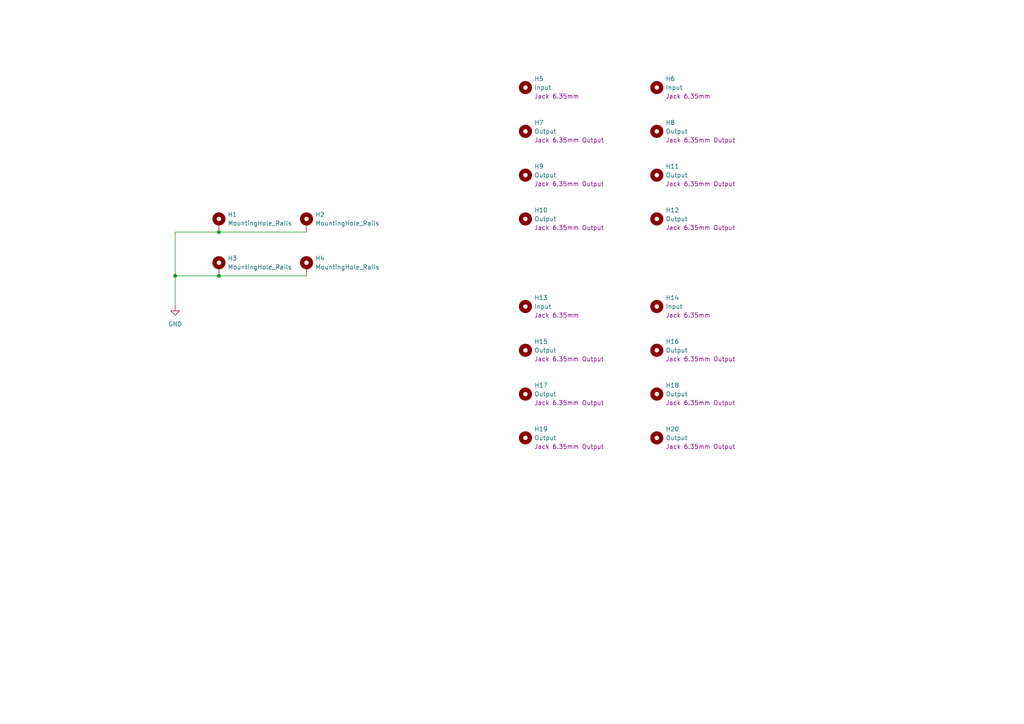
<source format=kicad_sch>
(kicad_sch (version 20231120) (generator "eeschema") (generator_version "8.0")
  (paper "A4")
  (title_block (title "Buffered Mult Panel") (date "2024-05-31") (rev "1") (company "DMH"))
  (lib_symbols
    (symbol "SynthStuff:MountingHole_Jack6.35mm" (pin_names (offset 1.016)) (exclude_from_sim yes) (in_bom no)
      (property "Reference" "H" (at 0 5.08 0))
      (property "Value" "SIGNAL NAME" (at 0 3.175 0))
      (property "Description" "Jack 6.35mm" (at 0 -3.048 0))
      (symbol "MountingHole_Jack6.35mm_0_1"
        (circle (center 0 0) (radius 1.27) (stroke (width 1.27)))
      )
    )
    (symbol "SynthStuff:MountingHole_Jack6.35mm_Output" (pin_names (offset 1.016)) (exclude_from_sim yes) (in_bom no)
      (property "Reference" "H" (at 0 5.08 0))
      (property "Value" "SIGNAL NAME" (at 0 3.175 0))
      (property "Description" "Jack 6.35mm Output" (at 0.254 -3.302 0))
      (symbol "MountingHole_Jack6.35mm_Output_0_1"
        (circle (center 0 0) (radius 1.27) (stroke (width 1.27)))
      )
    )
    (symbol "SynthStuff:MountingHole_Rails" (pin_numbers hide) (pin_names (offset 1.016) hide) (exclude_from_sim yes) (in_bom no)
      (property "Reference" "H" (at 0 6.35 0))
      (property "Value" "MountingHole_Rails" (at 0 4.445 0))
      (symbol "MountingHole_Rails_0_1"
        (circle (center 0 1.27) (radius 1.27) (stroke (width 1.27)))
      )
      (symbol "MountingHole_Rails_1_1"
        (pin input line (at 0 -2.54 90) (length 2.54) (name "1") (number "1"))
      )
    )
    (symbol "power:GND" (power) (pin_numbers hide) (pin_names (offset 0) hide)
      (property "Value" "GND" (at 0 -3.81 0))
      (symbol "GND_0_1"
        (polyline (pts (xy 0 0) (xy 0 -1.27) (xy 1.27 -1.27) (xy 0 -2.54) (xy -1.27 -1.27) (xy 0 -1.27)))
      )
      (symbol "GND_1_1"
        (pin power_in line (at 0 0 270) (length 0) (name "~") (number "1"))
      )
    )
  )
  (junction (at 63.5 80.01))
  (junction (at 63.5 67.31))
  (junction (at 50.8 80.01))
  (wire (pts (xy 50.8 88.9) (xy 50.8 80.01)))
  (wire (pts (xy 63.5 80.01) (xy 88.9 80.01)))
  (wire (pts (xy 50.8 67.31) (xy 50.8 80.01)))
  (wire (pts (xy 63.5 67.31) (xy 50.8 67.31)))
  (wire (pts (xy 63.5 67.31) (xy 88.9 67.31)))
  (wire (pts (xy 50.8 80.01) (xy 63.5 80.01)))
  (symbol (lib_id "SynthStuff:MountingHole_Jack6.35mm") (at 190.5 88.9 0) (unit 1) (exclude_from_sim yes) (in_bom no)
    (property "Reference" "H14" (at 193.04 86.3599 0) (effects (justify left)))
    (property "Value" "Input" (at 193.04 88.8999 0) (effects (justify left)))
    (property "Footprint" "SynthStuff:Jack_6.35mm_Cutout" (effects (hide yes)))
    (property "Description" "Jack 6.35mm" (at 193.04 91.4399 0) (effects (justify left)))
  )
  (symbol (lib_id "SynthStuff:MountingHole_Jack6.35mm_Output") (at 152.4 38.1 0) (unit 1) (exclude_from_sim yes) (in_bom no)
    (property "Reference" "H7" (at 154.94 35.5599 0) (effects (justify left)))
    (property "Value" "Output" (at 154.94 38.0999 0) (effects (justify left)))
    (property "Footprint" "SynthStuff:Jack_6.35mm_Cutout_Output" (effects (hide yes)))
    (property "Description" "Jack 6.35mm Output" (at 154.94 40.6399 0) (effects (justify left)))
  )
  (symbol (lib_id "SynthStuff:MountingHole_Rails") (at 88.9 64.77 0) (unit 1) (exclude_from_sim yes) (in_bom no)
    (property "Reference" "H2" (at 91.44 62.2299 0) (effects (justify left)))
    (property "Value" "MountingHole_Rails" (at 91.44 64.7699 0) (effects (justify left)))
    (property "Footprint" "SynthStuff:MountingHole_3.2mm_M3_Pad4mm" (effects (hide yes)))
    (property "Description" "Mounting Hole with connection" (effects (hide yes)))
  )
  (symbol (lib_id "SynthStuff:MountingHole_Jack6.35mm_Output") (at 152.4 50.8 0) (unit 1) (exclude_from_sim yes) (in_bom no)
    (property "Reference" "H9" (at 154.94 48.2599 0) (effects (justify left)))
    (property "Value" "Output" (at 154.94 50.7999 0) (effects (justify left)))
    (property "Footprint" "SynthStuff:Jack_6.35mm_Cutout_Output" (effects (hide yes)))
    (property "Description" "Jack 6.35mm Output" (at 154.94 53.3399 0) (effects (justify left)))
  )
  (symbol (lib_id "SynthStuff:MountingHole_Jack6.35mm_Output") (at 190.5 114.3 0) (unit 1) (exclude_from_sim yes) (in_bom no)
    (property "Reference" "H18" (at 193.04 111.7599 0) (effects (justify left)))
    (property "Value" "Output" (at 193.04 114.2999 0) (effects (justify left)))
    (property "Footprint" "SynthStuff:Jack_6.35mm_Cutout_Output" (effects (hide yes)))
    (property "Description" "Jack 6.35mm Output" (at 193.04 116.8399 0) (effects (justify left)))
  )
  (symbol (lib_id "SynthStuff:MountingHole_Jack6.35mm") (at 152.4 88.9 0) (unit 1) (exclude_from_sim yes) (in_bom no)
    (property "Reference" "H13" (at 154.94 86.3599 0) (effects (justify left)))
    (property "Value" "Input" (at 154.94 88.8999 0) (effects (justify left)))
    (property "Footprint" "SynthStuff:Jack_6.35mm_Cutout" (effects (hide yes)))
    (property "Description" "Jack 6.35mm" (at 154.94 91.4399 0) (effects (justify left)))
  )
  (symbol (lib_id "power:GND") (at 50.8 88.9 0) (unit 1)
    (property "Reference" "#PWR01" (effects (hide yes)))
    (property "Value" "GND" (at 50.8 93.98 0))
    (property "Description" "Power symbol creates a global label with name \"GND\" , ground" (effects (hide yes)))
  )
  (symbol (lib_id "SynthStuff:MountingHole_Rails") (at 63.5 77.47 0) (unit 1) (exclude_from_sim yes) (in_bom no)
    (property "Reference" "H3" (at 66.04 74.9299 0) (effects (justify left)))
    (property "Value" "MountingHole_Rails" (at 66.04 77.4699 0) (effects (justify left)))
    (property "Footprint" "SynthStuff:MountingHole_3.2mm_M3_Pad4mm" (effects (hide yes)))
    (property "Description" "Mounting Hole with connection" (effects (hide yes)))
  )
  (symbol (lib_id "SynthStuff:MountingHole_Rails") (at 63.5 64.77 0) (unit 1) (exclude_from_sim yes) (in_bom no)
    (property "Reference" "H1" (at 66.04 62.2299 0) (effects (justify left)))
    (property "Value" "MountingHole_Rails" (at 66.04 64.7699 0) (effects (justify left)))
    (property "Footprint" "SynthStuff:MountingHole_3.2mm_M3_Pad4mm" (effects (hide yes)))
    (property "Description" "Mounting Hole with connection" (effects (hide yes)))
  )
  (symbol (lib_id "SynthStuff:MountingHole_Jack6.35mm") (at 190.5 25.4 0) (unit 1) (exclude_from_sim yes) (in_bom no)
    (property "Reference" "H6" (at 193.04 22.8599 0) (effects (justify left)))
    (property "Value" "Input" (at 193.04 25.3999 0) (effects (justify left)))
    (property "Footprint" "SynthStuff:Jack_6.35mm_Cutout" (effects (hide yes)))
    (property "Description" "Jack 6.35mm" (at 193.04 27.9399 0) (effects (justify left)))
  )
  (symbol (lib_id "SynthStuff:MountingHole_Jack6.35mm_Output") (at 152.4 101.6 0) (unit 1) (exclude_from_sim yes) (in_bom no)
    (property "Reference" "H15" (at 154.94 99.0599 0) (effects (justify left)))
    (property "Value" "Output" (at 154.94 101.5999 0) (effects (justify left)))
    (property "Footprint" "SynthStuff:Jack_6.35mm_Cutout_Output" (effects (hide yes)))
    (property "Description" "Jack 6.35mm Output" (at 154.94 104.1399 0) (effects (justify left)))
  )
  (symbol (lib_id "SynthStuff:MountingHole_Jack6.35mm_Output") (at 190.5 127 0) (unit 1) (exclude_from_sim yes) (in_bom no)
    (property "Reference" "H20" (at 193.04 124.4599 0) (effects (justify left)))
    (property "Value" "Output" (at 193.04 126.9999 0) (effects (justify left)))
    (property "Footprint" "SynthStuff:Jack_6.35mm_Cutout_Output" (effects (hide yes)))
    (property "Description" "Jack 6.35mm Output" (at 193.04 129.5399 0) (effects (justify left)))
  )
  (symbol (lib_id "SynthStuff:MountingHole_Jack6.35mm_Output") (at 190.5 63.5 0) (unit 1) (exclude_from_sim yes) (in_bom no)
    (property "Reference" "H12" (at 193.04 60.9599 0) (effects (justify left)))
    (property "Value" "Output" (at 193.04 63.4999 0) (effects (justify left)))
    (property "Footprint" "SynthStuff:Jack_6.35mm_Cutout_Output" (effects (hide yes)))
    (property "Description" "Jack 6.35mm Output" (at 193.04 66.0399 0) (effects (justify left)))
  )
  (symbol (lib_id "SynthStuff:MountingHole_Jack6.35mm_Output") (at 152.4 63.5 0) (unit 1) (exclude_from_sim yes) (in_bom no)
    (property "Reference" "H10" (at 154.94 60.9599 0) (effects (justify left)))
    (property "Value" "Output" (at 154.94 63.4999 0) (effects (justify left)))
    (property "Footprint" "SynthStuff:Jack_6.35mm_Cutout_Output" (effects (hide yes)))
    (property "Description" "Jack 6.35mm Output" (at 154.94 66.0399 0) (effects (justify left)))
  )
  (symbol (lib_id "SynthStuff:MountingHole_Jack6.35mm_Output") (at 190.5 50.8 0) (unit 1) (exclude_from_sim yes) (in_bom no)
    (property "Reference" "H11" (at 193.04 48.2599 0) (effects (justify left)))
    (property "Value" "Output" (at 193.04 50.7999 0) (effects (justify left)))
    (property "Footprint" "SynthStuff:Jack_6.35mm_Cutout_Output" (effects (hide yes)))
    (property "Description" "Jack 6.35mm Output" (at 193.04 53.3399 0) (effects (justify left)))
  )
  (symbol (lib_id "SynthStuff:MountingHole_Jack6.35mm_Output") (at 152.4 114.3 0) (unit 1) (exclude_from_sim yes) (in_bom no)
    (property "Reference" "H17" (at 154.94 111.7599 0) (effects (justify left)))
    (property "Value" "Output" (at 154.94 114.2999 0) (effects (justify left)))
    (property "Footprint" "SynthStuff:Jack_6.35mm_Cutout_Output" (effects (hide yes)))
    (property "Description" "Jack 6.35mm Output" (at 154.94 116.8399 0) (effects (justify left)))
  )
  (symbol (lib_id "SynthStuff:MountingHole_Jack6.35mm_Output") (at 190.5 38.1 0) (unit 1) (exclude_from_sim yes) (in_bom no)
    (property "Reference" "H8" (at 193.04 35.5599 0) (effects (justify left)))
    (property "Value" "Output" (at 193.04 38.0999 0) (effects (justify left)))
    (property "Footprint" "SynthStuff:Jack_6.35mm_Cutout_Output" (effects (hide yes)))
    (property "Description" "Jack 6.35mm Output" (at 193.04 40.6399 0) (effects (justify left)))
  )
  (symbol (lib_id "SynthStuff:MountingHole_Rails") (at 88.9 77.47 0) (unit 1) (exclude_from_sim yes) (in_bom no)
    (property "Reference" "H4" (at 91.44 74.9299 0) (effects (justify left)))
    (property "Value" "MountingHole_Rails" (at 91.44 77.4699 0) (effects (justify left)))
    (property "Footprint" "SynthStuff:MountingHole_3.2mm_M3_Pad4mm" (effects (hide yes)))
    (property "Description" "Mounting Hole with connection" (effects (hide yes)))
  )
  (symbol (lib_id "SynthStuff:MountingHole_Jack6.35mm_Output") (at 152.4 127 0) (unit 1) (exclude_from_sim yes) (in_bom no)
    (property "Reference" "H19" (at 154.94 124.4599 0) (effects (justify left)))
    (property "Value" "Output" (at 154.94 126.9999 0) (effects (justify left)))
    (property "Footprint" "SynthStuff:Jack_6.35mm_Cutout_Output" (effects (hide yes)))
    (property "Description" "Jack 6.35mm Output" (at 154.94 129.5399 0) (effects (justify left)))
  )
  (symbol (lib_id "SynthStuff:MountingHole_Jack6.35mm_Output") (at 190.5 101.6 0) (unit 1) (exclude_from_sim yes) (in_bom no)
    (property "Reference" "H16" (at 193.04 99.0599 0) (effects (justify left)))
    (property "Value" "Output" (at 193.04 101.5999 0) (effects (justify left)))
    (property "Footprint" "SynthStuff:Jack_6.35mm_Cutout_Output" (effects (hide yes)))
    (property "Description" "Jack 6.35mm Output" (at 193.04 104.1399 0) (effects (justify left)))
  )
  (symbol (lib_id "SynthStuff:MountingHole_Jack6.35mm") (at 152.4 25.4 0) (unit 1) (exclude_from_sim yes) (in_bom no)
    (property "Reference" "H5" (at 154.94 22.8599 0) (effects (justify left)))
    (property "Value" "Input" (at 154.94 25.3999 0) (effects (justify left)))
    (property "Footprint" "SynthStuff:Jack_6.35mm_Cutout" (effects (hide yes)))
    (property "Description" "Jack 6.35mm" (at 154.94 27.9399 0) (effects (justify left)))
  )
)
</source>
